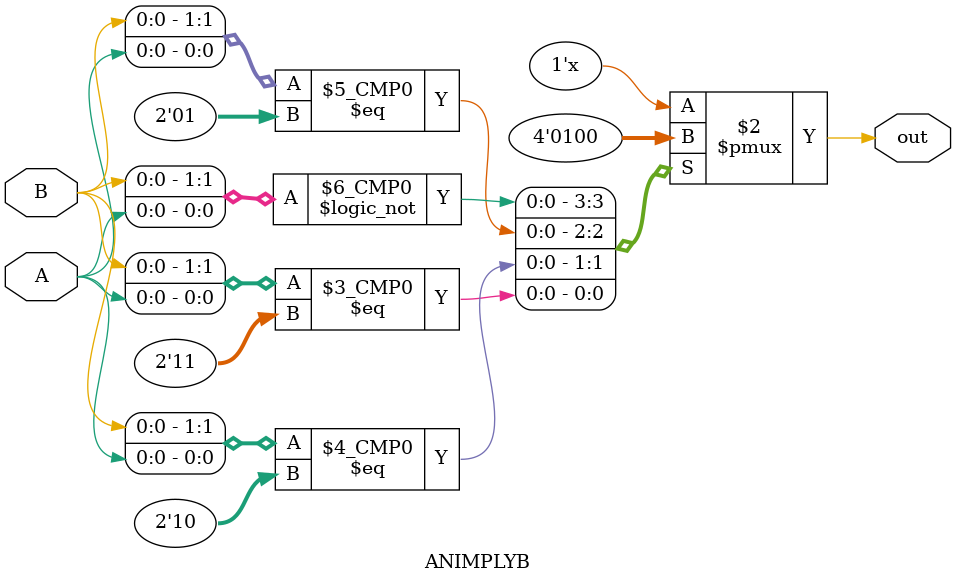
<source format=v>


module ANIMPLYB(output out,input A,B);
always@(B,A)
 begin
  case({B,A})
   2'b00: {out} = 1'b0;
   2'b01: {out} = 1'b1;
   2'b10: {out} = 1'b0;
   2'b11: {out} = 1'b0;
  endcase
 end
endmodule


</source>
